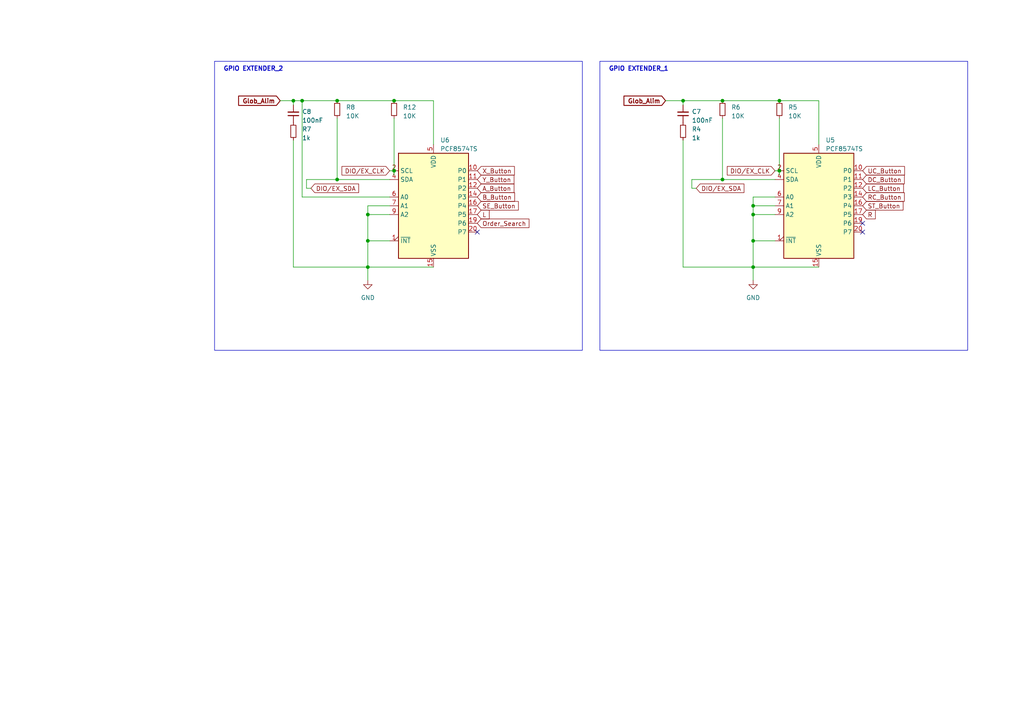
<source format=kicad_sch>
(kicad_sch (version 20230121) (generator eeschema)
  (paper "A4")
  (lib_symbols
    (symbol "Device:C_Small" (pin_numbers hide) (pin_names (offset 0.254) hide)
      (property "Reference" "C" (at 0.254 1.778 0))
      (property "Value" "C_Small" (at 0.254 -2.032 0))
      (symbol "C_Small_0_1"
        (polyline (pts (xy -1.524 -0.508) (xy 1.524 -0.508)) (stroke (width 0.3302)))
        (polyline (pts (xy -1.524 0.508) (xy 1.524 0.508)) (stroke (width 0.3048)))
      )
      (symbol "C_Small_1_1"
        (pin passive line (at 0 2.54 270) (length 2.032) (name "~") (number "1"))
        (pin passive line (at 0 -2.54 90) (length 2.032) (name "~") (number "2"))
      )
    )
    (symbol "Device:R_Small" (pin_numbers hide) (pin_names (offset 0.254) hide)
      (property "Reference" "R" (at 0.762 0.508 0))
      (property "Value" "R_Small" (at 0.762 -1.016 0))
      (symbol "R_Small_0_1"
        (rectangle (start -0.762 1.778) (end 0.762 -1.778) (stroke (width 0.2032)))
      )
      (symbol "R_Small_1_1"
        (pin passive line (at 0 2.54 270) (length 0.762) (name "~") (number "1"))
        (pin passive line (at 0 -2.54 90) (length 0.762) (name "~") (number "2"))
      )
    )
    (symbol "Interface_Expansion:PCF8574TS"
      (property "Reference" "U" (at -8.89 16.51 0))
      (property "Value" "PCF8574TS" (at 3.81 16.51 0))
      (symbol "PCF8574TS_0_1"
        (rectangle (start -10.16 15.24) (end 10.16 -15.24) (stroke (width 0.254)) (fill (type background)))
      )
      (symbol "PCF8574TS_1_1"
        (pin open_collector output_low (at -12.7 -10.16 0) (length 2.54) (name "~{INT}") (number "1"))
        (pin bidirectional line (at 12.7 10.16 180) (length 2.54) (name "P0") (number "10"))
        (pin bidirectional line (at 12.7 7.62 180) (length 2.54) (name "P1") (number "11"))
        (pin bidirectional line (at 12.7 5.08 180) (length 2.54) (name "P2") (number "12"))
        (pin no_connect line (at -10.16 -5.08 0) (length 2.54) hide (name "NC") (number "13"))
        (pin bidirectional line (at 12.7 2.54 180) (length 2.54) (name "P3") (number "14"))
        (pin power_in line (at 0 -17.78 90) (length 2.54) (name "VSS") (number "15"))
        (pin bidirectional line (at 12.7 0 180) (length 2.54) (name "P4") (number "16"))
        (pin bidirectional line (at 12.7 -2.54 180) (length 2.54) (name "P5") (number "17"))
        (pin no_connect line (at -10.16 -7.62 0) (length 2.54) hide (name "NC") (number "18"))
        (pin bidirectional line (at 12.7 -5.08 180) (length 2.54) (name "P6") (number "19"))
        (pin input line (at -12.7 10.16 0) (length 2.54) (name "SCL") (number "2"))
        (pin bidirectional line (at 12.7 -7.62 180) (length 2.54) (name "P7") (number "20"))
        (pin no_connect line (at 10.16 -10.16 180) (length 2.54) hide (name "NC") (number "3"))
        (pin bidirectional line (at -12.7 7.62 0) (length 2.54) (name "SDA") (number "4"))
        (pin power_in line (at 0 17.78 270) (length 2.54) (name "VDD") (number "5"))
        (pin input line (at -12.7 2.54 0) (length 2.54) (name "A0") (number "6"))
        (pin input line (at -12.7 0 0) (length 2.54) (name "A1") (number "7"))
        (pin no_connect line (at 10.16 -12.7 180) (length 2.54) hide (name "NC") (number "8"))
        (pin input line (at -12.7 -2.54 0) (length 2.54) (name "A2") (number "9"))
      )
    )
    (symbol "power:GND" (power) (pin_names (offset 0))
      (property "Value" "GND" (at 0 -3.81 0))
      (symbol "GND_0_1"
        (polyline (pts (xy 0 0) (xy 0 -1.27) (xy 1.27 -1.27) (xy 0 -2.54) (xy -1.27 -1.27) (xy 0 -1.27)))
      )
      (symbol "GND_1_1"
        (pin power_in line (at 0 0 270) (length 0) hide (name "GND") (number "1"))
      )
    )
  )
  (junction (at 209.55 52.07))
  (junction (at 106.68 77.47))
  (junction (at 114.3 49.53))
  (junction (at 198.12 29.21))
  (junction (at 106.68 69.85))
  (junction (at 97.79 52.07))
  (junction (at 97.79 29.21))
  (junction (at 114.3 29.21))
  (junction (at 218.44 59.69))
  (junction (at 106.68 62.23))
  (junction (at 85.09 29.21))
  (junction (at 87.63 29.21))
  (junction (at 209.55 29.21))
  (junction (at 218.44 77.47))
  (junction (at 226.06 49.53))
  (junction (at 218.44 62.23))
  (junction (at 218.44 69.85))
  (junction (at 226.06 29.21))
  (no_connect (at 138.43 67.31))
  (no_connect (at 250.19 64.77))
  (no_connect (at 250.19 67.31))
  (wire (pts (xy 90.17 54.61) (xy 88.9 54.61)))
  (wire (pts (xy 218.44 62.23) (xy 224.79 62.23)))
  (wire (pts (xy 218.44 57.15) (xy 218.44 59.69)))
  (wire (pts (xy 97.79 34.29) (xy 97.79 52.07)))
  (wire (pts (xy 106.68 77.47) (xy 125.73 77.47)))
  (wire (pts (xy 87.63 29.21) (xy 97.79 29.21)))
  (wire (pts (xy 106.68 59.69) (xy 113.03 59.69)))
  (wire (pts (xy 218.44 81.28) (xy 218.44 77.47)))
  (wire (pts (xy 200.66 54.61) (xy 200.66 52.07)))
  (wire (pts (xy 218.44 59.69) (xy 224.79 59.69)))
  (wire (pts (xy 200.66 52.07) (xy 209.55 52.07)))
  (wire (pts (xy 85.09 29.21) (xy 85.09 30.48)))
  (wire (pts (xy 106.68 59.69) (xy 106.68 62.23)))
  (wire (pts (xy 218.44 77.47) (xy 218.44 69.85)))
  (wire (pts (xy 125.73 41.91) (xy 125.73 29.21)))
  (wire (pts (xy 226.06 50.8) (xy 226.06 49.53)))
  (wire (pts (xy 85.09 29.21) (xy 87.63 29.21)))
  (wire (pts (xy 87.63 29.21) (xy 87.63 57.15)))
  (wire (pts (xy 226.06 49.53) (xy 224.79 49.53)))
  (wire (pts (xy 209.55 29.21) (xy 226.06 29.21)))
  (wire (pts (xy 87.63 57.15) (xy 113.03 57.15)))
  (wire (pts (xy 81.28 29.21) (xy 85.09 29.21)))
  (wire (pts (xy 114.3 49.53) (xy 113.03 49.53)))
  (wire (pts (xy 106.68 81.28) (xy 106.68 77.47)))
  (wire (pts (xy 106.68 62.23) (xy 113.03 62.23)))
  (wire (pts (xy 218.44 59.69) (xy 218.44 62.23)))
  (wire (pts (xy 218.44 77.47) (xy 237.49 77.47)))
  (wire (pts (xy 226.06 29.21) (xy 237.49 29.21)))
  (wire (pts (xy 201.93 54.61) (xy 200.66 54.61)))
  (wire (pts (xy 85.09 40.64) (xy 85.09 77.47)))
  (wire (pts (xy 106.68 62.23) (xy 106.68 69.85)))
  (wire (pts (xy 209.55 34.29) (xy 209.55 52.07)))
  (wire (pts (xy 193.04 29.21) (xy 198.12 29.21)))
  (wire (pts (xy 114.3 34.29) (xy 114.3 49.53)))
  (wire (pts (xy 209.55 52.07) (xy 224.79 52.07)))
  (wire (pts (xy 88.9 54.61) (xy 88.9 52.07)))
  (wire (pts (xy 97.79 52.07) (xy 113.03 52.07)))
  (wire (pts (xy 114.3 50.8) (xy 114.3 49.53)))
  (wire (pts (xy 218.44 62.23) (xy 218.44 69.85)))
  (wire (pts (xy 218.44 69.85) (xy 224.79 69.85)))
  (wire (pts (xy 198.12 29.21) (xy 209.55 29.21)))
  (wire (pts (xy 85.09 77.47) (xy 106.68 77.47)))
  (wire (pts (xy 88.9 52.07) (xy 97.79 52.07)))
  (wire (pts (xy 198.12 40.64) (xy 198.12 77.47)))
  (wire (pts (xy 237.49 41.91) (xy 237.49 29.21)))
  (wire (pts (xy 106.68 69.85) (xy 113.03 69.85)))
  (wire (pts (xy 226.06 34.29) (xy 226.06 49.53)))
  (wire (pts (xy 114.3 29.21) (xy 125.73 29.21)))
  (wire (pts (xy 97.79 29.21) (xy 114.3 29.21)))
  (wire (pts (xy 224.79 57.15) (xy 218.44 57.15)))
  (wire (pts (xy 198.12 29.21) (xy 198.12 30.48)))
  (wire (pts (xy 106.68 77.47) (xy 106.68 69.85)))
  (wire (pts (xy 198.12 77.47) (xy 218.44 77.47)))
  (rectangle (start 173.99 17.78) (end 280.67 101.6))
  (rectangle (start 62.23 17.78) (end 168.91 101.6))
  (text "GPIO EXTENDER_1\n\n" (at 176.53 22.86 0) (effects (font (size 1.27 1.27) (thickness 0.254) bold) (justify left bottom)))
  (text "GPIO EXTENDER_2\n\n" (at 64.77 22.86 0) (effects (font (size 1.27 1.27) (thickness 0.254) bold) (justify left bottom)))
  (global_label "X_Button" (shape input) (at 138.43 49.53 0) (property "Intersheetrefs" "${INTERSHEET_REFS}" (effects hide)))
  (global_label "A_Button" (shape input) (at 138.43 54.61 0) (property "Intersheetrefs" "${INTERSHEET_REFS}" (effects hide)))
  (global_label "Glob_Alim" (shape input) (at 81.28 29.21 180) (effects (font bold)) (property "Intersheetrefs" "${INTERSHEET_REFS}" (effects hide)))
  (global_label "Glob_Alim" (shape input) (at 193.04 29.21 180) (effects (font bold)) (property "Intersheetrefs" "${INTERSHEET_REFS}" (effects hide)))
  (global_label "L" (shape input) (at 138.43 62.23 0) (property "Intersheetrefs" "${INTERSHEET_REFS}" (effects hide)))
  (global_label "Y_Button" (shape input) (at 138.43 52.07 0) (property "Intersheetrefs" "${INTERSHEET_REFS}" (effects hide)))
  (global_label "UC_Button" (shape input) (at 250.19 49.53 0) (property "Intersheetrefs" "${INTERSHEET_REFS}" (effects hide)))
  (global_label "DIO{slash}EX_SDA" (shape input) (at 201.93 54.61 0) (property "Intersheetrefs" "${INTERSHEET_REFS}" (effects hide)))
  (global_label "DIO{slash}EX_CLK" (shape input) (at 224.79 49.53 180) (property "Intersheetrefs" "${INTERSHEET_REFS}" (effects hide)))
  (global_label "RC_Button" (shape input) (at 250.19 57.15 0) (property "Intersheetrefs" "${INTERSHEET_REFS}" (effects hide)))
  (global_label "DIO{slash}EX_SDA" (shape input) (at 90.17 54.61 0) (property "Intersheetrefs" "${INTERSHEET_REFS}" (effects hide)))
  (global_label "LC_Button" (shape input) (at 250.19 54.61 0) (property "Intersheetrefs" "${INTERSHEET_REFS}" (effects hide)))
  (global_label "DIO{slash}EX_CLK" (shape input) (at 113.03 49.53 180) (property "Intersheetrefs" "${INTERSHEET_REFS}" (effects hide)))
  (global_label "B_Button" (shape input) (at 138.43 57.15 0) (property "Intersheetrefs" "${INTERSHEET_REFS}" (effects hide)))
  (global_label "SE_Button" (shape input) (at 138.43 59.69 0) (property "Intersheetrefs" "${INTERSHEET_REFS}" (effects hide)))
  (global_label "DC_Button" (shape input) (at 250.19 52.07 0) (property "Intersheetrefs" "${INTERSHEET_REFS}" (effects hide)))
  (global_label "ST_Button" (shape input) (at 250.19 59.69 0) (property "Intersheetrefs" "${INTERSHEET_REFS}" (effects hide)))
  (global_label "Order_Search" (shape input) (at 138.43 64.77 0) (property "Intersheetrefs" "${INTERSHEET_REFS}" (effects hide)))
  (global_label "R" (shape input) (at 250.19 62.23 0) (property "Intersheetrefs" "${INTERSHEET_REFS}" (effects hide)))
  (symbol (lib_id "power:GND") (at 218.44 81.28 0) (unit 1)
    (property "Reference" "#PWR08" (effects hide))
    (property "Value" "GND" (at 218.44 86.36 0))
  )
  (symbol (lib_id "Device:C_Small") (at 198.12 33.02 180) (unit 1)
    (property "Reference" "C7" (at 200.66 32.3786 0) (effects (justify right)))
    (property "Value" "100nF" (at 200.66 34.9186 0) (effects (justify right)))
    (property "Footprint" "Capacitor_SMD:C_0603_1608Metric_Pad1.08x0.95mm_HandSolder" (effects hide))
  )
  (symbol (lib_id "Interface_Expansion:PCF8574TS") (at 125.73 59.69 0) (unit 1)
    (property "Reference" "U6" (at 127.6859 40.64 0) (effects (justify left)))
    (property "Value" "PCF8574TS" (at 127.6859 43.18 0) (effects (justify left)))
    (property "Footprint" "Package_SO:SSOP-20_4.4x6.5mm_P0.65mm" (effects hide))
    (property "Datasheet" "http://www.nxp.com/documents/data_sheet/PCF8574_PCF8574A.pdf" (effects hide))
  )
  (symbol (lib_id "Device:C_Small") (at 85.09 33.02 180) (unit 1)
    (property "Reference" "C8" (at 87.63 32.3786 0) (effects (justify right)))
    (property "Value" "100nF" (at 87.63 34.9186 0) (effects (justify right)))
    (property "Footprint" "Capacitor_SMD:C_0603_1608Metric_Pad1.08x0.95mm_HandSolder" (effects hide))
  )
  (symbol (lib_id "Device:R_Small") (at 97.79 31.75 0) (unit 1)
    (property "Reference" "R8" (at 100.33 31.115 0) (effects (justify left)))
    (property "Value" "10K" (at 100.33 33.655 0) (effects (justify left)))
    (property "Footprint" "Resistor_SMD:R_0603_1608Metric_Pad0.98x0.95mm_HandSolder" (effects hide))
  )
  (symbol (lib_id "Device:R_Small") (at 209.55 31.75 0) (unit 1)
    (property "Reference" "R6" (at 212.09 31.115 0) (effects (justify left)))
    (property "Value" "10K" (at 212.09 33.655 0) (effects (justify left)))
    (property "Footprint" "Resistor_SMD:R_0603_1608Metric_Pad0.98x0.95mm_HandSolder" (effects hide))
  )
  (symbol (lib_id "Device:R_Small") (at 198.12 38.1 0) (unit 1)
    (property "Reference" "R4" (at 200.66 37.465 0) (effects (justify left)))
    (property "Value" "1k" (at 200.66 40.005 0) (effects (justify left)))
    (property "Footprint" "Resistor_SMD:R_0603_1608Metric_Pad0.98x0.95mm_HandSolder" (effects hide))
  )
  (symbol (lib_id "Device:R_Small") (at 114.3 31.75 0) (unit 1)
    (property "Reference" "R12" (at 116.84 31.115 0) (effects (justify left)))
    (property "Value" "10K" (at 116.84 33.655 0) (effects (justify left)))
    (property "Footprint" "Resistor_SMD:R_0603_1608Metric_Pad0.98x0.95mm_HandSolder" (effects hide))
  )
  (symbol (lib_id "Device:R_Small") (at 85.09 38.1 0) (unit 1)
    (property "Reference" "R7" (at 87.63 37.465 0) (effects (justify left)))
    (property "Value" "1k" (at 87.63 40.005 0) (effects (justify left)))
    (property "Footprint" "Resistor_SMD:R_0603_1608Metric_Pad0.98x0.95mm_HandSolder" (effects hide))
  )
  (symbol (lib_id "Device:R_Small") (at 226.06 31.75 0) (unit 1)
    (property "Reference" "R5" (at 228.6 31.115 0) (effects (justify left)))
    (property "Value" "10K" (at 228.6 33.655 0) (effects (justify left)))
    (property "Footprint" "Resistor_SMD:R_0603_1608Metric_Pad0.98x0.95mm_HandSolder" (effects hide))
  )
  (symbol (lib_id "Interface_Expansion:PCF8574TS") (at 237.49 59.69 0) (unit 1)
    (property "Reference" "U5" (at 239.4459 40.64 0) (effects (justify left)))
    (property "Value" "PCF8574TS" (at 239.4459 43.18 0) (effects (justify left)))
    (property "Footprint" "Package_SO:SSOP-20_4.4x6.5mm_P0.65mm" (effects hide))
    (property "Datasheet" "http://www.nxp.com/documents/data_sheet/PCF8574_PCF8574A.pdf" (effects hide))
  )
  (symbol (lib_id "power:GND") (at 106.68 81.28 0) (unit 1)
    (property "Reference" "#PWR010" (effects hide))
    (property "Value" "GND" (at 106.68 86.36 0))
  )
)
</source>
